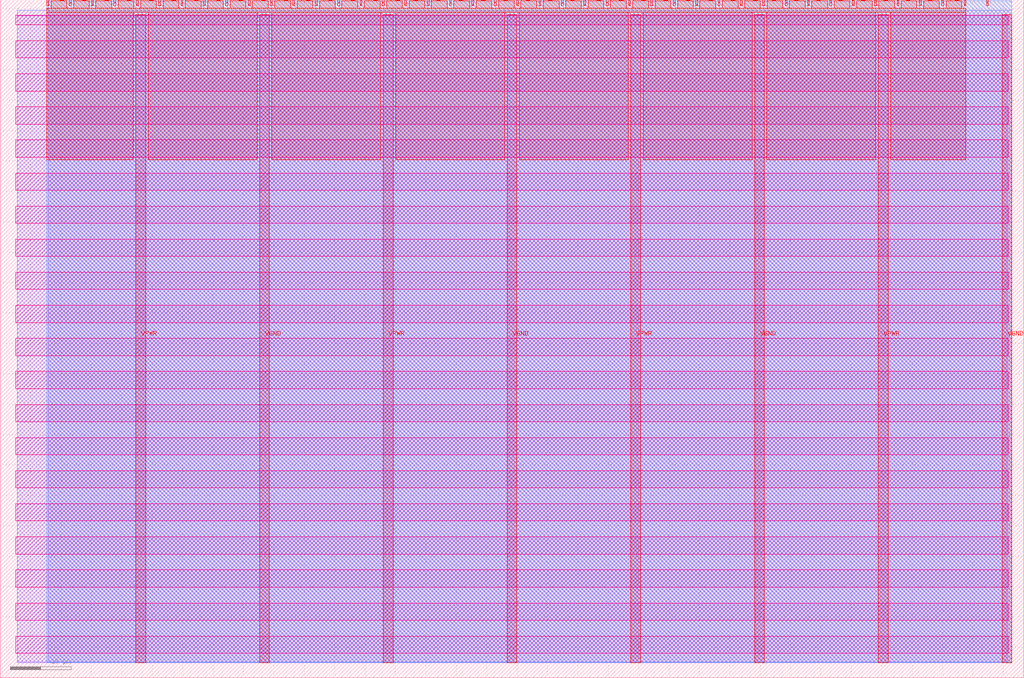
<source format=lef>
VERSION 5.7 ;
  NOWIREEXTENSIONATPIN ON ;
  DIVIDERCHAR "/" ;
  BUSBITCHARS "[]" ;
MACRO tt_um_quardinlyttle_top
  CLASS BLOCK ;
  FOREIGN tt_um_quardinlyttle_top ;
  ORIGIN 0.000 0.000 ;
  SIZE 168.360 BY 111.520 ;
  PIN VGND
    DIRECTION INOUT ;
    USE GROUND ;
    PORT
      LAYER met4 ;
        RECT 42.670 2.480 44.270 109.040 ;
    END
    PORT
      LAYER met4 ;
        RECT 83.380 2.480 84.980 109.040 ;
    END
    PORT
      LAYER met4 ;
        RECT 124.090 2.480 125.690 109.040 ;
    END
    PORT
      LAYER met4 ;
        RECT 164.800 2.480 166.400 109.040 ;
    END
  END VGND
  PIN VPWR
    DIRECTION INOUT ;
    USE POWER ;
    PORT
      LAYER met4 ;
        RECT 22.315 2.480 23.915 109.040 ;
    END
    PORT
      LAYER met4 ;
        RECT 63.025 2.480 64.625 109.040 ;
    END
    PORT
      LAYER met4 ;
        RECT 103.735 2.480 105.335 109.040 ;
    END
    PORT
      LAYER met4 ;
        RECT 144.445 2.480 146.045 109.040 ;
    END
  END VPWR
  PIN clk
    DIRECTION INPUT ;
    USE SIGNAL ;
    ANTENNAGATEAREA 0.852000 ;
    PORT
      LAYER met4 ;
        RECT 158.550 110.520 158.850 111.520 ;
    END
  END clk
  PIN ena
    DIRECTION INPUT ;
    USE SIGNAL ;
    PORT
      LAYER met4 ;
        RECT 162.230 110.520 162.530 111.520 ;
    END
  END ena
  PIN rst_n
    DIRECTION INPUT ;
    USE SIGNAL ;
    ANTENNAGATEAREA 0.213000 ;
    PORT
      LAYER met4 ;
        RECT 154.870 110.520 155.170 111.520 ;
    END
  END rst_n
  PIN ui_in[0]
    DIRECTION INPUT ;
    USE SIGNAL ;
    ANTENNAGATEAREA 0.126000 ;
    PORT
      LAYER met4 ;
        RECT 151.190 110.520 151.490 111.520 ;
    END
  END ui_in[0]
  PIN ui_in[1]
    DIRECTION INPUT ;
    USE SIGNAL ;
    ANTENNAGATEAREA 0.196500 ;
    PORT
      LAYER met4 ;
        RECT 147.510 110.520 147.810 111.520 ;
    END
  END ui_in[1]
  PIN ui_in[2]
    DIRECTION INPUT ;
    USE SIGNAL ;
    ANTENNAGATEAREA 0.126000 ;
    PORT
      LAYER met4 ;
        RECT 143.830 110.520 144.130 111.520 ;
    END
  END ui_in[2]
  PIN ui_in[3]
    DIRECTION INPUT ;
    USE SIGNAL ;
    ANTENNAGATEAREA 0.213000 ;
    PORT
      LAYER met4 ;
        RECT 140.150 110.520 140.450 111.520 ;
    END
  END ui_in[3]
  PIN ui_in[4]
    DIRECTION INPUT ;
    USE SIGNAL ;
    ANTENNAGATEAREA 0.196500 ;
    PORT
      LAYER met4 ;
        RECT 136.470 110.520 136.770 111.520 ;
    END
  END ui_in[4]
  PIN ui_in[5]
    DIRECTION INPUT ;
    USE SIGNAL ;
    ANTENNAGATEAREA 0.196500 ;
    PORT
      LAYER met4 ;
        RECT 132.790 110.520 133.090 111.520 ;
    END
  END ui_in[5]
  PIN ui_in[6]
    DIRECTION INPUT ;
    USE SIGNAL ;
    ANTENNAGATEAREA 0.126000 ;
    PORT
      LAYER met4 ;
        RECT 129.110 110.520 129.410 111.520 ;
    END
  END ui_in[6]
  PIN ui_in[7]
    DIRECTION INPUT ;
    USE SIGNAL ;
    ANTENNAGATEAREA 0.196500 ;
    PORT
      LAYER met4 ;
        RECT 125.430 110.520 125.730 111.520 ;
    END
  END ui_in[7]
  PIN uio_in[0]
    DIRECTION INPUT ;
    USE SIGNAL ;
    PORT
      LAYER met4 ;
        RECT 121.750 110.520 122.050 111.520 ;
    END
  END uio_in[0]
  PIN uio_in[1]
    DIRECTION INPUT ;
    USE SIGNAL ;
    PORT
      LAYER met4 ;
        RECT 118.070 110.520 118.370 111.520 ;
    END
  END uio_in[1]
  PIN uio_in[2]
    DIRECTION INPUT ;
    USE SIGNAL ;
    PORT
      LAYER met4 ;
        RECT 114.390 110.520 114.690 111.520 ;
    END
  END uio_in[2]
  PIN uio_in[3]
    DIRECTION INPUT ;
    USE SIGNAL ;
    PORT
      LAYER met4 ;
        RECT 110.710 110.520 111.010 111.520 ;
    END
  END uio_in[3]
  PIN uio_in[4]
    DIRECTION INPUT ;
    USE SIGNAL ;
    PORT
      LAYER met4 ;
        RECT 107.030 110.520 107.330 111.520 ;
    END
  END uio_in[4]
  PIN uio_in[5]
    DIRECTION INPUT ;
    USE SIGNAL ;
    PORT
      LAYER met4 ;
        RECT 103.350 110.520 103.650 111.520 ;
    END
  END uio_in[5]
  PIN uio_in[6]
    DIRECTION INPUT ;
    USE SIGNAL ;
    PORT
      LAYER met4 ;
        RECT 99.670 110.520 99.970 111.520 ;
    END
  END uio_in[6]
  PIN uio_in[7]
    DIRECTION INPUT ;
    USE SIGNAL ;
    PORT
      LAYER met4 ;
        RECT 95.990 110.520 96.290 111.520 ;
    END
  END uio_in[7]
  PIN uio_oe[0]
    DIRECTION OUTPUT TRISTATE ;
    USE SIGNAL ;
    PORT
      LAYER met4 ;
        RECT 33.430 110.520 33.730 111.520 ;
    END
  END uio_oe[0]
  PIN uio_oe[1]
    DIRECTION OUTPUT TRISTATE ;
    USE SIGNAL ;
    PORT
      LAYER met4 ;
        RECT 29.750 110.520 30.050 111.520 ;
    END
  END uio_oe[1]
  PIN uio_oe[2]
    DIRECTION OUTPUT TRISTATE ;
    USE SIGNAL ;
    PORT
      LAYER met4 ;
        RECT 26.070 110.520 26.370 111.520 ;
    END
  END uio_oe[2]
  PIN uio_oe[3]
    DIRECTION OUTPUT TRISTATE ;
    USE SIGNAL ;
    PORT
      LAYER met4 ;
        RECT 22.390 110.520 22.690 111.520 ;
    END
  END uio_oe[3]
  PIN uio_oe[4]
    DIRECTION OUTPUT TRISTATE ;
    USE SIGNAL ;
    PORT
      LAYER met4 ;
        RECT 18.710 110.520 19.010 111.520 ;
    END
  END uio_oe[4]
  PIN uio_oe[5]
    DIRECTION OUTPUT TRISTATE ;
    USE SIGNAL ;
    PORT
      LAYER met4 ;
        RECT 15.030 110.520 15.330 111.520 ;
    END
  END uio_oe[5]
  PIN uio_oe[6]
    DIRECTION OUTPUT TRISTATE ;
    USE SIGNAL ;
    PORT
      LAYER met4 ;
        RECT 11.350 110.520 11.650 111.520 ;
    END
  END uio_oe[6]
  PIN uio_oe[7]
    DIRECTION OUTPUT TRISTATE ;
    USE SIGNAL ;
    PORT
      LAYER met4 ;
        RECT 7.670 110.520 7.970 111.520 ;
    END
  END uio_oe[7]
  PIN uio_out[0]
    DIRECTION OUTPUT TRISTATE ;
    USE SIGNAL ;
    ANTENNADIFFAREA 0.891000 ;
    PORT
      LAYER met4 ;
        RECT 62.870 110.520 63.170 111.520 ;
    END
  END uio_out[0]
  PIN uio_out[1]
    DIRECTION OUTPUT TRISTATE ;
    USE SIGNAL ;
    ANTENNADIFFAREA 0.891000 ;
    PORT
      LAYER met4 ;
        RECT 59.190 110.520 59.490 111.520 ;
    END
  END uio_out[1]
  PIN uio_out[2]
    DIRECTION OUTPUT TRISTATE ;
    USE SIGNAL ;
    ANTENNADIFFAREA 0.933750 ;
    PORT
      LAYER met4 ;
        RECT 55.510 110.520 55.810 111.520 ;
    END
  END uio_out[2]
  PIN uio_out[3]
    DIRECTION OUTPUT TRISTATE ;
    USE SIGNAL ;
    ANTENNADIFFAREA 0.933750 ;
    PORT
      LAYER met4 ;
        RECT 51.830 110.520 52.130 111.520 ;
    END
  END uio_out[3]
  PIN uio_out[4]
    DIRECTION OUTPUT TRISTATE ;
    USE SIGNAL ;
    ANTENNADIFFAREA 0.891000 ;
    PORT
      LAYER met4 ;
        RECT 48.150 110.520 48.450 111.520 ;
    END
  END uio_out[4]
  PIN uio_out[5]
    DIRECTION OUTPUT TRISTATE ;
    USE SIGNAL ;
    ANTENNADIFFAREA 0.445500 ;
    PORT
      LAYER met4 ;
        RECT 44.470 110.520 44.770 111.520 ;
    END
  END uio_out[5]
  PIN uio_out[6]
    DIRECTION OUTPUT TRISTATE ;
    USE SIGNAL ;
    ANTENNADIFFAREA 0.445500 ;
    PORT
      LAYER met4 ;
        RECT 40.790 110.520 41.090 111.520 ;
    END
  END uio_out[6]
  PIN uio_out[7]
    DIRECTION OUTPUT TRISTATE ;
    USE SIGNAL ;
    ANTENNADIFFAREA 0.445500 ;
    PORT
      LAYER met4 ;
        RECT 37.110 110.520 37.410 111.520 ;
    END
  END uio_out[7]
  PIN uo_out[0]
    DIRECTION OUTPUT TRISTATE ;
    USE SIGNAL ;
    PORT
      LAYER met4 ;
        RECT 92.310 110.520 92.610 111.520 ;
    END
  END uo_out[0]
  PIN uo_out[1]
    DIRECTION OUTPUT TRISTATE ;
    USE SIGNAL ;
    PORT
      LAYER met4 ;
        RECT 88.630 110.520 88.930 111.520 ;
    END
  END uo_out[1]
  PIN uo_out[2]
    DIRECTION OUTPUT TRISTATE ;
    USE SIGNAL ;
    PORT
      LAYER met4 ;
        RECT 84.950 110.520 85.250 111.520 ;
    END
  END uo_out[2]
  PIN uo_out[3]
    DIRECTION OUTPUT TRISTATE ;
    USE SIGNAL ;
    PORT
      LAYER met4 ;
        RECT 81.270 110.520 81.570 111.520 ;
    END
  END uo_out[3]
  PIN uo_out[4]
    DIRECTION OUTPUT TRISTATE ;
    USE SIGNAL ;
    PORT
      LAYER met4 ;
        RECT 77.590 110.520 77.890 111.520 ;
    END
  END uo_out[4]
  PIN uo_out[5]
    DIRECTION OUTPUT TRISTATE ;
    USE SIGNAL ;
    PORT
      LAYER met4 ;
        RECT 73.910 110.520 74.210 111.520 ;
    END
  END uo_out[5]
  PIN uo_out[6]
    DIRECTION OUTPUT TRISTATE ;
    USE SIGNAL ;
    PORT
      LAYER met4 ;
        RECT 70.230 110.520 70.530 111.520 ;
    END
  END uo_out[6]
  PIN uo_out[7]
    DIRECTION OUTPUT TRISTATE ;
    USE SIGNAL ;
    PORT
      LAYER met4 ;
        RECT 66.550 110.520 66.850 111.520 ;
    END
  END uo_out[7]
  OBS
      LAYER nwell ;
        RECT 2.570 107.385 165.790 108.990 ;
        RECT 2.570 101.945 165.790 104.775 ;
        RECT 2.570 96.505 165.790 99.335 ;
        RECT 2.570 91.065 165.790 93.895 ;
        RECT 2.570 85.625 165.790 88.455 ;
        RECT 2.570 80.185 165.790 83.015 ;
        RECT 2.570 74.745 165.790 77.575 ;
        RECT 2.570 69.305 165.790 72.135 ;
        RECT 2.570 63.865 165.790 66.695 ;
        RECT 2.570 58.425 165.790 61.255 ;
        RECT 2.570 52.985 165.790 55.815 ;
        RECT 2.570 47.545 165.790 50.375 ;
        RECT 2.570 42.105 165.790 44.935 ;
        RECT 2.570 36.665 165.790 39.495 ;
        RECT 2.570 31.225 165.790 34.055 ;
        RECT 2.570 25.785 165.790 28.615 ;
        RECT 2.570 20.345 165.790 23.175 ;
        RECT 2.570 14.905 165.790 17.735 ;
        RECT 2.570 9.465 165.790 12.295 ;
        RECT 2.570 4.025 165.790 6.855 ;
      LAYER li1 ;
        RECT 2.760 2.635 165.600 108.885 ;
      LAYER met1 ;
        RECT 2.760 2.480 166.400 109.780 ;
      LAYER met2 ;
        RECT 7.910 2.535 166.370 111.365 ;
      LAYER met3 ;
        RECT 7.630 2.555 166.390 111.345 ;
      LAYER met4 ;
        RECT 8.370 110.120 10.950 111.345 ;
        RECT 12.050 110.120 14.630 111.345 ;
        RECT 15.730 110.120 18.310 111.345 ;
        RECT 19.410 110.120 21.990 111.345 ;
        RECT 23.090 110.120 25.670 111.345 ;
        RECT 26.770 110.120 29.350 111.345 ;
        RECT 30.450 110.120 33.030 111.345 ;
        RECT 34.130 110.120 36.710 111.345 ;
        RECT 37.810 110.120 40.390 111.345 ;
        RECT 41.490 110.120 44.070 111.345 ;
        RECT 45.170 110.120 47.750 111.345 ;
        RECT 48.850 110.120 51.430 111.345 ;
        RECT 52.530 110.120 55.110 111.345 ;
        RECT 56.210 110.120 58.790 111.345 ;
        RECT 59.890 110.120 62.470 111.345 ;
        RECT 63.570 110.120 66.150 111.345 ;
        RECT 67.250 110.120 69.830 111.345 ;
        RECT 70.930 110.120 73.510 111.345 ;
        RECT 74.610 110.120 77.190 111.345 ;
        RECT 78.290 110.120 80.870 111.345 ;
        RECT 81.970 110.120 84.550 111.345 ;
        RECT 85.650 110.120 88.230 111.345 ;
        RECT 89.330 110.120 91.910 111.345 ;
        RECT 93.010 110.120 95.590 111.345 ;
        RECT 96.690 110.120 99.270 111.345 ;
        RECT 100.370 110.120 102.950 111.345 ;
        RECT 104.050 110.120 106.630 111.345 ;
        RECT 107.730 110.120 110.310 111.345 ;
        RECT 111.410 110.120 113.990 111.345 ;
        RECT 115.090 110.120 117.670 111.345 ;
        RECT 118.770 110.120 121.350 111.345 ;
        RECT 122.450 110.120 125.030 111.345 ;
        RECT 126.130 110.120 128.710 111.345 ;
        RECT 129.810 110.120 132.390 111.345 ;
        RECT 133.490 110.120 136.070 111.345 ;
        RECT 137.170 110.120 139.750 111.345 ;
        RECT 140.850 110.120 143.430 111.345 ;
        RECT 144.530 110.120 147.110 111.345 ;
        RECT 148.210 110.120 150.790 111.345 ;
        RECT 151.890 110.120 154.470 111.345 ;
        RECT 155.570 110.120 158.150 111.345 ;
        RECT 7.655 109.440 158.850 110.120 ;
        RECT 7.655 85.175 21.915 109.440 ;
        RECT 24.315 85.175 42.270 109.440 ;
        RECT 44.670 85.175 62.625 109.440 ;
        RECT 65.025 85.175 82.980 109.440 ;
        RECT 85.380 85.175 103.335 109.440 ;
        RECT 105.735 85.175 123.690 109.440 ;
        RECT 126.090 85.175 144.045 109.440 ;
        RECT 146.445 85.175 158.850 109.440 ;
  END
END tt_um_quardinlyttle_top
END LIBRARY


</source>
